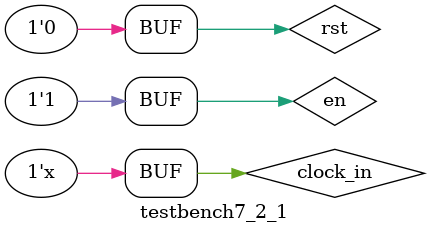
<source format=v>
`timescale 1ns / 1ps
`define clk_period 10


module testbench7_2_1(
);
    reg clock_in, rst, en;
    wire clock_out;
    wire [6:0] F, S0, S1, M;
    wire [12:0] Q;
    
    stopwatch STOP(
    .Clk(clock_in),
    .en(en),
    .reset(rst),
    .F(F),
    .S0(S0),
    .S1(S1),
    .M(M),
    .Clk_div_output(clock_out),
    .Q(Q));
    
    initial clock_in = 1'b1;
    initial rst = 0;
    initial en = 0;
    always #(`clk_period/2) clock_in = ~clock_in;
    
    initial 
    begin
        #(`clk_period);
        rst = 1;
        #(`clk_period);
        rst = 0;
        en = 1;
        #(`clk_period);
    end
endmodule
</source>
